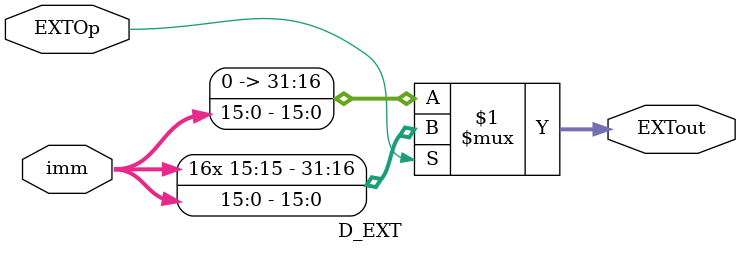
<source format=v>
`timescale 1ns / 1ps
`include "const.v"

module D_EXT (
    input [15:0] imm,
    input EXTOp,
    output [31:0] EXTout
);

    assign EXTout = EXTOp? {{16{imm[15]}}, imm} : {{16{1'b0}}, imm}; // signed : unsigned

endmodule
</source>
